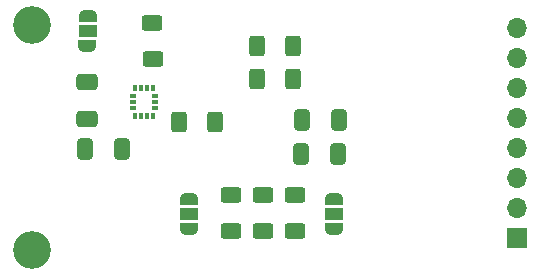
<source format=gbr>
%TF.GenerationSoftware,KiCad,Pcbnew,(6.0.5)*%
%TF.CreationDate,2022-11-14T22:05:18-05:00*%
%TF.ProjectId,IMU_Board,494d555f-426f-4617-9264-2e6b69636164,rev?*%
%TF.SameCoordinates,Original*%
%TF.FileFunction,Soldermask,Top*%
%TF.FilePolarity,Negative*%
%FSLAX46Y46*%
G04 Gerber Fmt 4.6, Leading zero omitted, Abs format (unit mm)*
G04 Created by KiCad (PCBNEW (6.0.5)) date 2022-11-14 22:05:18*
%MOMM*%
%LPD*%
G01*
G04 APERTURE LIST*
G04 Aperture macros list*
%AMRoundRect*
0 Rectangle with rounded corners*
0 $1 Rounding radius*
0 $2 $3 $4 $5 $6 $7 $8 $9 X,Y pos of 4 corners*
0 Add a 4 corners polygon primitive as box body*
4,1,4,$2,$3,$4,$5,$6,$7,$8,$9,$2,$3,0*
0 Add four circle primitives for the rounded corners*
1,1,$1+$1,$2,$3*
1,1,$1+$1,$4,$5*
1,1,$1+$1,$6,$7*
1,1,$1+$1,$8,$9*
0 Add four rect primitives between the rounded corners*
20,1,$1+$1,$2,$3,$4,$5,0*
20,1,$1+$1,$4,$5,$6,$7,0*
20,1,$1+$1,$6,$7,$8,$9,0*
20,1,$1+$1,$8,$9,$2,$3,0*%
%AMFreePoly0*
4,1,22,0.550000,-0.750000,0.000000,-0.750000,0.000000,-0.745033,-0.079941,-0.743568,-0.215256,-0.701293,-0.333266,-0.622738,-0.424486,-0.514219,-0.481581,-0.384460,-0.499164,-0.250000,-0.500000,-0.250000,-0.500000,0.250000,-0.499164,0.250000,-0.499963,0.256109,-0.478152,0.396186,-0.417904,0.524511,-0.324060,0.630769,-0.204165,0.706417,-0.067858,0.745374,0.000000,0.744959,0.000000,0.750000,
0.550000,0.750000,0.550000,-0.750000,0.550000,-0.750000,$1*%
%AMFreePoly1*
4,1,20,0.000000,0.744959,0.073905,0.744508,0.209726,0.703889,0.328688,0.626782,0.421226,0.519385,0.479903,0.390333,0.500000,0.250000,0.500000,-0.250000,0.499851,-0.262216,0.476331,-0.402017,0.414519,-0.529596,0.319384,-0.634700,0.198574,-0.708877,0.061801,-0.746166,0.000000,-0.745033,0.000000,-0.750000,-0.550000,-0.750000,-0.550000,0.750000,0.000000,0.750000,0.000000,0.744959,
0.000000,0.744959,$1*%
G04 Aperture macros list end*
%ADD10C,0.152400*%
%ADD11O,1.700000X1.700000*%
%ADD12R,1.700000X1.700000*%
%ADD13FreePoly0,270.000000*%
%ADD14R,1.500000X1.000000*%
%ADD15FreePoly1,270.000000*%
%ADD16RoundRect,0.250000X-0.400000X-0.625000X0.400000X-0.625000X0.400000X0.625000X-0.400000X0.625000X0*%
%ADD17C,3.200000*%
%ADD18FreePoly0,90.000000*%
%ADD19FreePoly1,90.000000*%
%ADD20RoundRect,0.250000X-0.412500X-0.650000X0.412500X-0.650000X0.412500X0.650000X-0.412500X0.650000X0*%
%ADD21R,0.351536X0.576580*%
%ADD22R,0.576580X0.351536*%
%ADD23RoundRect,0.250000X0.625000X-0.400000X0.625000X0.400000X-0.625000X0.400000X-0.625000X-0.400000X0*%
%ADD24RoundRect,0.250000X0.412500X0.650000X-0.412500X0.650000X-0.412500X-0.650000X0.412500X-0.650000X0*%
%ADD25RoundRect,0.250000X-0.625000X0.400000X-0.625000X-0.400000X0.625000X-0.400000X0.625000X0.400000X0*%
%ADD26RoundRect,0.250000X0.400000X0.625000X-0.400000X0.625000X-0.400000X-0.625000X0.400000X-0.625000X0*%
%ADD27RoundRect,0.250000X0.650000X-0.412500X0.650000X0.412500X-0.650000X0.412500X-0.650000X-0.412500X0*%
G04 APERTURE END LIST*
D10*
%TO.C,U3*%
X126066000Y-99866000D03*
X125500000Y-99866000D03*
X124934000Y-99866000D03*
X125783000Y-99583000D03*
X125217000Y-99583000D03*
X126066000Y-99300000D03*
X124934000Y-99300000D03*
X125783000Y-99017000D03*
X125217000Y-99017000D03*
X126066000Y-98734000D03*
X125500000Y-98734000D03*
X124934000Y-98734000D03*
%TD*%
D11*
%TO.C,J1*%
X147100000Y-90220000D03*
X147100000Y-92760000D03*
X147100000Y-95300000D03*
X147100000Y-97840000D03*
X147100000Y-100380000D03*
X147100000Y-102920000D03*
X147100000Y-105460000D03*
D12*
X147100000Y-108000000D03*
%TD*%
D13*
%TO.C,JP_BMM1*%
X119300000Y-104700000D03*
D14*
X119300000Y-106000000D03*
D15*
X119300000Y-107300000D03*
%TD*%
D16*
%TO.C,R7*%
X118450000Y-98200000D03*
X121550000Y-98200000D03*
%TD*%
D17*
%TO.C,*%
X106000000Y-90000000D03*
%TD*%
D18*
%TO.C,JP_BMM2*%
X131557500Y-107300000D03*
D14*
X131557500Y-106000000D03*
D19*
X131557500Y-104700000D03*
%TD*%
D20*
%TO.C,C3*%
X128837500Y-100900000D03*
X131962500Y-100900000D03*
%TD*%
D21*
%TO.C,U1*%
X116250001Y-95289700D03*
X115750000Y-95289700D03*
X115250000Y-95289700D03*
X114749999Y-95289700D03*
D22*
X114543700Y-96000001D03*
X114543700Y-96500000D03*
X114543700Y-96999999D03*
D21*
X114749999Y-97710300D03*
X115250000Y-97710300D03*
X115750000Y-97710300D03*
X116250001Y-97710300D03*
D22*
X116456300Y-96999999D03*
X116456300Y-96500000D03*
X116456300Y-96000001D03*
%TD*%
D23*
%TO.C,R4*%
X122900000Y-107450000D03*
X122900000Y-104350000D03*
%TD*%
D24*
%TO.C,C4*%
X113600000Y-100500000D03*
X110475000Y-100500000D03*
%TD*%
D25*
%TO.C,R3*%
X116150001Y-89800000D03*
X116250001Y-92900000D03*
%TD*%
D19*
%TO.C,JP_IMU1*%
X110742500Y-89200000D03*
D14*
X110742500Y-90500000D03*
D18*
X110700000Y-91800000D03*
%TD*%
D26*
%TO.C,R2*%
X128150000Y-94600000D03*
X125050000Y-94600000D03*
%TD*%
%TO.C,R1*%
X128150000Y-91750000D03*
X125050000Y-91750000D03*
%TD*%
D27*
%TO.C,C2*%
X110700000Y-97962500D03*
X110700000Y-94837500D03*
%TD*%
D25*
%TO.C,R5*%
X128300000Y-104350000D03*
X128300000Y-107450000D03*
%TD*%
D17*
%TO.C,*%
X106000000Y-109000000D03*
%TD*%
D23*
%TO.C,R6*%
X125600000Y-107450000D03*
X125600000Y-104350000D03*
%TD*%
D20*
%TO.C,C1*%
X128875000Y-98000000D03*
X132000000Y-98000000D03*
%TD*%
M02*

</source>
